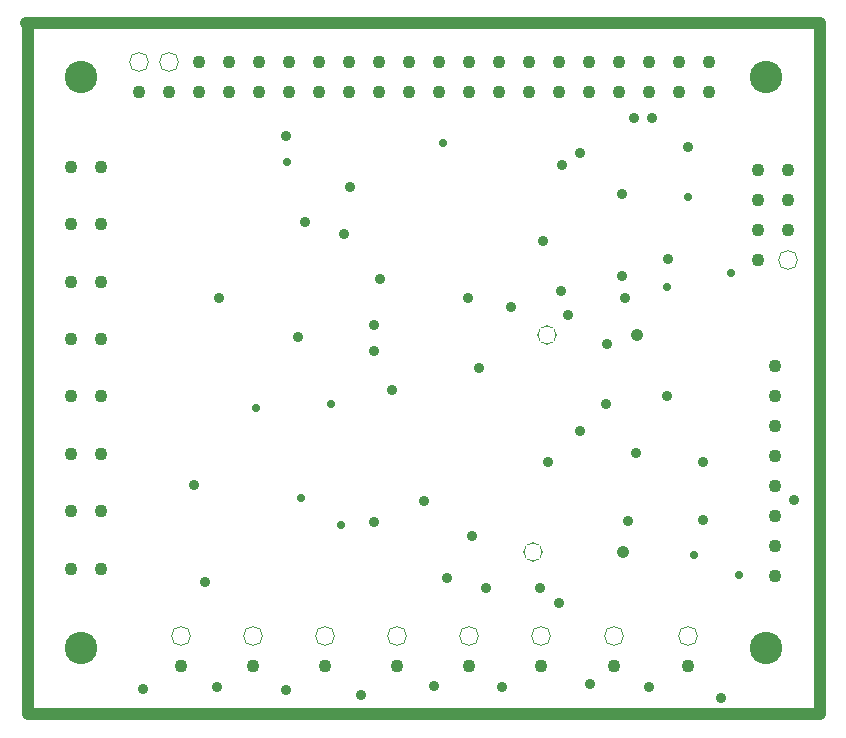
<source format=gbr>
G04*
G04 #@! TF.GenerationSoftware,Altium Limited,Altium Designer,23.2.1 (34)*
G04*
G04 Layer_Physical_Order=2*
G04 Layer_Color=32768*
%FSLAX25Y25*%
%MOIN*%
G70*
G04*
G04 #@! TF.SameCoordinates,168D8CC4-6B96-4916-8BE8-BBD7D9E71175*
G04*
G04*
G04 #@! TF.FilePolarity,Negative*
G04*
G01*
G75*
%ADD67C,0.04000*%
%ADD68C,0.04343*%
%ADD69C,0.04343*%
G04:AMPARAMS|DCode=70|XSize=67.055mil|YSize=67.055mil|CornerRadius=0mil|HoleSize=0mil|Usage=FLASHONLY|Rotation=0.000|XOffset=0mil|YOffset=0mil|HoleType=Round|Shape=Relief|Width=4mil|Gap=4mil|Entries=4|*
%AMTHD70*
7,0,0,0.06706,0.05906,0.00400,45*
%
%ADD70THD70*%
G04:AMPARAMS|DCode=71|XSize=67.055mil|YSize=67.055mil|CornerRadius=0mil|HoleSize=0mil|Usage=FLASHONLY|Rotation=0.000|XOffset=0mil|YOffset=0mil|HoleType=Round|Shape=Relief|Width=4mil|Gap=4mil|Entries=4|*
%AMTHD71*
7,0,0,0.06706,0.05906,0.00400,45*
%
%ADD71THD71*%
%ADD72C,0.10800*%
G04:AMPARAMS|DCode=73|XSize=65.087mil|YSize=65.087mil|CornerRadius=0mil|HoleSize=0mil|Usage=FLASHONLY|Rotation=0.000|XOffset=0mil|YOffset=0mil|HoleType=Round|Shape=Relief|Width=4mil|Gap=4mil|Entries=4|*
%AMTHD73*
7,0,0,0.06509,0.05709,0.00400,45*
%
%ADD73THD73*%
%ADD74C,0.04147*%
%ADD75C,0.03600*%
%ADD76C,0.02800*%
D67*
X500Y43000D02*
X264500D01*
Y273500D01*
X0D02*
X264500D01*
X0D02*
X500Y273000D01*
Y43000D02*
Y273000D01*
D68*
X244000Y224500D02*
D03*
Y194500D02*
D03*
X254000Y204500D02*
D03*
X244000D02*
D03*
X254000Y214500D02*
D03*
X244000D02*
D03*
X254000Y224500D02*
D03*
D69*
X227573Y250320D02*
D03*
X177573Y260320D02*
D03*
X197573D02*
D03*
X157573Y250320D02*
D03*
X127573Y260320D02*
D03*
X97573D02*
D03*
X57573D02*
D03*
X77573Y250320D02*
D03*
X15071Y206408D02*
D03*
Y187265D02*
D03*
Y225551D02*
D03*
Y168122D02*
D03*
Y110694D02*
D03*
Y148979D02*
D03*
Y129836D02*
D03*
Y91551D02*
D03*
X37573Y250320D02*
D03*
X47573D02*
D03*
X57573D02*
D03*
X67573D02*
D03*
Y260320D02*
D03*
X77573D02*
D03*
X87573Y250320D02*
D03*
Y260320D02*
D03*
X97573Y250320D02*
D03*
X107573D02*
D03*
Y260320D02*
D03*
X117573Y250320D02*
D03*
Y260320D02*
D03*
X127573Y250320D02*
D03*
X137573D02*
D03*
Y260320D02*
D03*
X147573Y250320D02*
D03*
Y260320D02*
D03*
X157573D02*
D03*
X167573Y250320D02*
D03*
Y260320D02*
D03*
X177573Y250320D02*
D03*
X187573D02*
D03*
Y260320D02*
D03*
X197573Y250320D02*
D03*
X207573D02*
D03*
Y260320D02*
D03*
X217573Y250320D02*
D03*
Y260320D02*
D03*
X227573D02*
D03*
X249500Y89000D02*
D03*
Y99000D02*
D03*
Y109000D02*
D03*
Y119000D02*
D03*
Y129000D02*
D03*
Y139000D02*
D03*
Y149000D02*
D03*
Y159000D02*
D03*
X171575Y58988D02*
D03*
X99650D02*
D03*
X51500D02*
D03*
X25071Y91551D02*
D03*
Y110694D02*
D03*
Y187265D02*
D03*
X220500Y58988D02*
D03*
X196075D02*
D03*
X147650D02*
D03*
X123650D02*
D03*
X75500D02*
D03*
X25071Y129836D02*
D03*
Y148979D02*
D03*
Y206408D02*
D03*
Y225551D02*
D03*
Y168122D02*
D03*
D70*
X37573Y260320D02*
D03*
X47573D02*
D03*
X171575Y68988D02*
D03*
X99650D02*
D03*
X51500D02*
D03*
X220500D02*
D03*
X196075D02*
D03*
X147650D02*
D03*
X123650D02*
D03*
X75500D02*
D03*
D71*
X254000Y194500D02*
D03*
D72*
X18400Y255320D02*
D03*
X246746D02*
D03*
X246500Y65051D02*
D03*
X18154D02*
D03*
D73*
X169110Y97051D02*
D03*
X173500Y169500D02*
D03*
D74*
X199110Y97051D02*
D03*
X203500Y169500D02*
D03*
D75*
X111500Y49500D02*
D03*
X184500Y230181D02*
D03*
X178685Y226000D02*
D03*
X86679Y235779D02*
D03*
X208600Y241800D02*
D03*
X214000Y194800D02*
D03*
X220500Y232000D02*
D03*
X122000Y151161D02*
D03*
X225500Y107700D02*
D03*
Y127100D02*
D03*
X177720Y80000D02*
D03*
X256000Y114500D02*
D03*
X151100Y158600D02*
D03*
X188000Y53000D02*
D03*
X158500Y52000D02*
D03*
X86500Y51000D02*
D03*
X136000Y52500D02*
D03*
X193500Y166500D02*
D03*
X199500Y181900D02*
D03*
X213500Y149206D02*
D03*
X90600Y168900D02*
D03*
X92800Y207100D02*
D03*
X56000Y119500D02*
D03*
X59500Y87300D02*
D03*
X140300Y88400D02*
D03*
X148500Y102400D02*
D03*
X207500Y52000D02*
D03*
X172400Y200800D02*
D03*
X64300Y181800D02*
D03*
X116100Y107300D02*
D03*
Y164000D02*
D03*
X39000Y51500D02*
D03*
X63500Y52000D02*
D03*
X231500Y48500D02*
D03*
X108000Y218716D02*
D03*
X106100Y203100D02*
D03*
X153200Y85039D02*
D03*
X132500Y114000D02*
D03*
X171400Y85039D02*
D03*
X174100Y127100D02*
D03*
X184500Y137600D02*
D03*
X193400Y146500D02*
D03*
X147200Y181900D02*
D03*
X161500Y178800D02*
D03*
X178200Y184000D02*
D03*
X180600Y176000D02*
D03*
X118100Y188300D02*
D03*
X116100Y172700D02*
D03*
X198522Y216322D02*
D03*
X198700Y189100D02*
D03*
X200640Y107623D02*
D03*
X203200Y130300D02*
D03*
X202600Y241900D02*
D03*
D76*
X213500Y185500D02*
D03*
X220500Y215500D02*
D03*
X235035Y190091D02*
D03*
X101500Y146500D02*
D03*
X76500Y145000D02*
D03*
X87000Y227000D02*
D03*
X222500Y96000D02*
D03*
X139000Y233500D02*
D03*
X105000Y106000D02*
D03*
X237500Y89500D02*
D03*
X91500Y115000D02*
D03*
M02*

</source>
